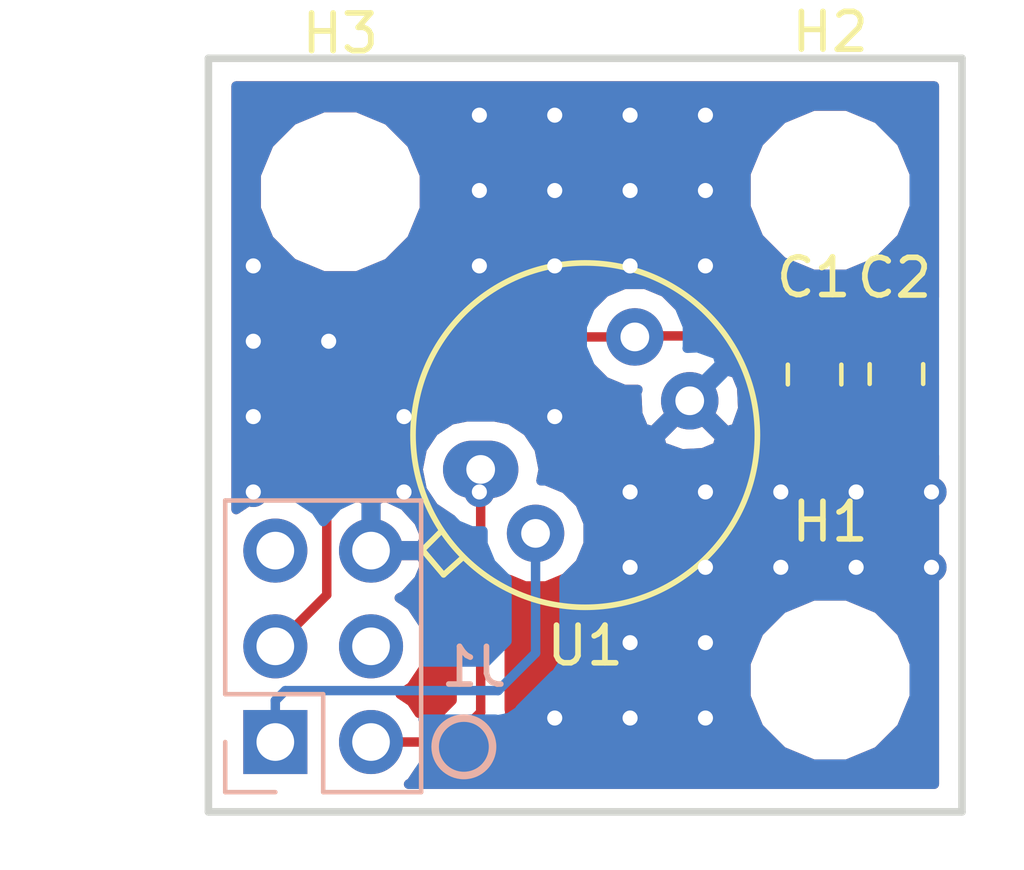
<source format=kicad_pcb>
(kicad_pcb (version 20171130) (host pcbnew 5.0.2-bee76a0~70~ubuntu18.04.1)

  (general
    (thickness 1.6)
    (drawings 5)
    (tracks 53)
    (zones 0)
    (modules 7)
    (nets 7)
  )

  (page A4)
  (layers
    (0 F.Cu signal)
    (31 B.Cu signal)
    (32 B.Adhes user)
    (33 F.Adhes user)
    (34 B.Paste user)
    (35 F.Paste user)
    (36 B.SilkS user)
    (37 F.SilkS user)
    (38 B.Mask user)
    (39 F.Mask user)
    (40 Dwgs.User user)
    (41 Cmts.User user)
    (42 Eco1.User user)
    (43 Eco2.User user)
    (44 Edge.Cuts user)
    (45 Margin user)
    (46 B.CrtYd user)
    (47 F.CrtYd user)
    (48 B.Fab user)
    (49 F.Fab user)
  )

  (setup
    (last_trace_width 0.25)
    (trace_clearance 0.2)
    (zone_clearance 0.508)
    (zone_45_only no)
    (trace_min 0.2)
    (segment_width 0.2)
    (edge_width 0.15)
    (via_size 0.8)
    (via_drill 0.4)
    (via_min_size 0.4)
    (via_min_drill 0.3)
    (uvia_size 0.3)
    (uvia_drill 0.1)
    (uvias_allowed no)
    (uvia_min_size 0.2)
    (uvia_min_drill 0.1)
    (pcb_text_width 0.3)
    (pcb_text_size 1.5 1.5)
    (mod_edge_width 0.15)
    (mod_text_size 1 1)
    (mod_text_width 0.15)
    (pad_size 1.524 1.524)
    (pad_drill 0.762)
    (pad_to_mask_clearance 0.051)
    (solder_mask_min_width 0.25)
    (aux_axis_origin 0 0)
    (visible_elements FFFFFF7F)
    (pcbplotparams
      (layerselection 0x010f0_ffffffff)
      (usegerberextensions true)
      (usegerberattributes false)
      (usegerberadvancedattributes false)
      (creategerberjobfile false)
      (excludeedgelayer true)
      (linewidth 0.100000)
      (plotframeref false)
      (viasonmask false)
      (mode 1)
      (useauxorigin false)
      (hpglpennumber 1)
      (hpglpenspeed 20)
      (hpglpendiameter 15.000000)
      (psnegative false)
      (psa4output false)
      (plotreference true)
      (plotvalue false)
      (plotinvisibletext false)
      (padsonsilk false)
      (subtractmaskfromsilk false)
      (outputformat 1)
      (mirror false)
      (drillshape 0)
      (scaleselection 1)
      (outputdirectory "gerbers/"))
  )

  (net 0 "")
  (net 1 /SDA)
  (net 2 +3V3)
  (net 3 GNDREF)
  (net 4 /SCL)
  (net 5 "Net-(J1-Pad4)")
  (net 6 "Net-(J1-Pad5)")

  (net_class Default "This is the default net class."
    (clearance 0.2)
    (trace_width 0.25)
    (via_dia 0.8)
    (via_drill 0.4)
    (uvia_dia 0.3)
    (uvia_drill 0.1)
    (add_net +3V3)
    (add_net /SCL)
    (add_net /SDA)
    (add_net GNDREF)
    (add_net "Net-(J1-Pad4)")
    (add_net "Net-(J1-Pad5)")
  )

  (module MountingHole:MountingHole_3.2mm_M3 (layer F.Cu) (tedit 56D1B4CB) (tstamp 5C8306D9)
    (at 134.6427 85.09)
    (descr "Mounting Hole 3.2mm, no annular, M3")
    (tags "mounting hole 3.2mm no annular m3")
    (path /5C7DF9B4)
    (attr virtual)
    (fp_text reference H3 (at 0 -4.2) (layer F.SilkS)
      (effects (font (size 1 1) (thickness 0.15)))
    )
    (fp_text value MountingHole (at 0 4.2) (layer F.Fab)
      (effects (font (size 1 1) (thickness 0.15)))
    )
    (fp_circle (center 0 0) (end 3.45 0) (layer F.CrtYd) (width 0.05))
    (fp_circle (center 0 0) (end 3.2 0) (layer Cmts.User) (width 0.15))
    (fp_text user %R (at 0.3 0) (layer F.Fab)
      (effects (font (size 1 1) (thickness 0.15)))
    )
    (pad 1 np_thru_hole circle (at 0 0) (size 3.2 3.2) (drill 3.2) (layers *.Cu *.Mask))
  )

  (module MountingHole:MountingHole_3.2mm_M3 (layer F.Cu) (tedit 56D1B4CB) (tstamp 5C8306D2)
    (at 147.6427 85.0492)
    (descr "Mounting Hole 3.2mm, no annular, M3")
    (tags "mounting hole 3.2mm no annular m3")
    (path /5C7DF986)
    (attr virtual)
    (fp_text reference H2 (at 0 -4.2) (layer F.SilkS)
      (effects (font (size 1 1) (thickness 0.15)))
    )
    (fp_text value MountingHole (at 0 4.2) (layer F.Fab)
      (effects (font (size 1 1) (thickness 0.15)))
    )
    (fp_text user %R (at 0.3 0) (layer F.Fab)
      (effects (font (size 1 1) (thickness 0.15)))
    )
    (fp_circle (center 0 0) (end 3.2 0) (layer Cmts.User) (width 0.15))
    (fp_circle (center 0 0) (end 3.45 0) (layer F.CrtYd) (width 0.05))
    (pad 1 np_thru_hole circle (at 0 0) (size 3.2 3.2) (drill 3.2) (layers *.Cu *.Mask))
  )

  (module MountingHole:MountingHole_3.2mm_M3 (layer F.Cu) (tedit 56D1B4CB) (tstamp 5C83050B)
    (at 147.6427 98.0492)
    (descr "Mounting Hole 3.2mm, no annular, M3")
    (tags "mounting hole 3.2mm no annular m3")
    (path /5C7DF950)
    (attr virtual)
    (fp_text reference H1 (at 0 -4.2) (layer F.SilkS)
      (effects (font (size 1 1) (thickness 0.15)))
    )
    (fp_text value MountingHole (at 0 4.2) (layer F.Fab)
      (effects (font (size 1 1) (thickness 0.15)))
    )
    (fp_text user %R (at 0.3 0) (layer F.Fab)
      (effects (font (size 1 1) (thickness 0.15)))
    )
    (fp_circle (center 0 0) (end 3.2 0) (layer Cmts.User) (width 0.15))
    (fp_circle (center 0 0) (end 3.45 0) (layer F.CrtYd) (width 0.05))
    (pad 1 np_thru_hole circle (at 0 0) (size 3.2 3.2) (drill 3.2) (layers *.Cu *.Mask))
  )

  (module Capacitor_SMD:C_0805_2012Metric_Pad1.15x1.40mm_HandSolder (layer F.Cu) (tedit 5B36C52B) (tstamp 5C82399E)
    (at 149.4028 89.9287 270)
    (descr "Capacitor SMD 0805 (2012 Metric), square (rectangular) end terminal, IPC_7351 nominal with elongated pad for handsoldering. (Body size source: https://docs.google.com/spreadsheets/d/1BsfQQcO9C6DZCsRaXUlFlo91Tg2WpOkGARC1WS5S8t0/edit?usp=sharing), generated with kicad-footprint-generator")
    (tags "capacitor handsolder")
    (path /5C7728F1)
    (attr smd)
    (fp_text reference C2 (at -2.5527 0.0508) (layer F.SilkS)
      (effects (font (size 1 1) (thickness 0.15)))
    )
    (fp_text value "1uF/6.3v(10%)/0805" (at 0 1.65 270) (layer F.Fab)
      (effects (font (size 1 1) (thickness 0.15)))
    )
    (fp_text user %R (at 0 0 270) (layer F.Fab)
      (effects (font (size 0.5 0.5) (thickness 0.08)))
    )
    (fp_line (start 1.85 0.95) (end -1.85 0.95) (layer F.CrtYd) (width 0.05))
    (fp_line (start 1.85 -0.95) (end 1.85 0.95) (layer F.CrtYd) (width 0.05))
    (fp_line (start -1.85 -0.95) (end 1.85 -0.95) (layer F.CrtYd) (width 0.05))
    (fp_line (start -1.85 0.95) (end -1.85 -0.95) (layer F.CrtYd) (width 0.05))
    (fp_line (start -0.261252 0.71) (end 0.261252 0.71) (layer F.SilkS) (width 0.12))
    (fp_line (start -0.261252 -0.71) (end 0.261252 -0.71) (layer F.SilkS) (width 0.12))
    (fp_line (start 1 0.6) (end -1 0.6) (layer F.Fab) (width 0.1))
    (fp_line (start 1 -0.6) (end 1 0.6) (layer F.Fab) (width 0.1))
    (fp_line (start -1 -0.6) (end 1 -0.6) (layer F.Fab) (width 0.1))
    (fp_line (start -1 0.6) (end -1 -0.6) (layer F.Fab) (width 0.1))
    (pad 2 smd roundrect (at 1.025 0 270) (size 1.15 1.4) (layers F.Cu F.Paste F.Mask) (roundrect_rratio 0.217391)
      (net 3 GNDREF))
    (pad 1 smd roundrect (at -1.025 0 270) (size 1.15 1.4) (layers F.Cu F.Paste F.Mask) (roundrect_rratio 0.217391)
      (net 2 +3V3))
    (model ${KISYS3DMOD}/Capacitor_SMD.3dshapes/C_0805_2012Metric.wrl
      (at (xyz 0 0 0))
      (scale (xyz 1 1 1))
      (rotate (xyz 0 0 0))
    )
  )

  (module Capacitor_SMD:C_0805_2012Metric_Pad1.15x1.40mm_HandSolder (layer F.Cu) (tedit 5B36C52B) (tstamp 5C82398D)
    (at 147.2311 89.9414 270)
    (descr "Capacitor SMD 0805 (2012 Metric), square (rectangular) end terminal, IPC_7351 nominal with elongated pad for handsoldering. (Body size source: https://docs.google.com/spreadsheets/d/1BsfQQcO9C6DZCsRaXUlFlo91Tg2WpOkGARC1WS5S8t0/edit?usp=sharing), generated with kicad-footprint-generator")
    (tags "capacitor handsolder")
    (path /5C772950)
    (attr smd)
    (fp_text reference C1 (at -2.5781 0.0254) (layer F.SilkS)
      (effects (font (size 1 1) (thickness 0.15)))
    )
    (fp_text value "0.1uF/25V(10%)/0805" (at 0 1.65 270) (layer F.Fab)
      (effects (font (size 1 1) (thickness 0.15)))
    )
    (fp_line (start -1 0.6) (end -1 -0.6) (layer F.Fab) (width 0.1))
    (fp_line (start -1 -0.6) (end 1 -0.6) (layer F.Fab) (width 0.1))
    (fp_line (start 1 -0.6) (end 1 0.6) (layer F.Fab) (width 0.1))
    (fp_line (start 1 0.6) (end -1 0.6) (layer F.Fab) (width 0.1))
    (fp_line (start -0.261252 -0.71) (end 0.261252 -0.71) (layer F.SilkS) (width 0.12))
    (fp_line (start -0.261252 0.71) (end 0.261252 0.71) (layer F.SilkS) (width 0.12))
    (fp_line (start -1.85 0.95) (end -1.85 -0.95) (layer F.CrtYd) (width 0.05))
    (fp_line (start -1.85 -0.95) (end 1.85 -0.95) (layer F.CrtYd) (width 0.05))
    (fp_line (start 1.85 -0.95) (end 1.85 0.95) (layer F.CrtYd) (width 0.05))
    (fp_line (start 1.85 0.95) (end -1.85 0.95) (layer F.CrtYd) (width 0.05))
    (fp_text user %R (at 0 0 270) (layer F.Fab)
      (effects (font (size 0.5 0.5) (thickness 0.08)))
    )
    (pad 1 smd roundrect (at -1.025 0 270) (size 1.15 1.4) (layers F.Cu F.Paste F.Mask) (roundrect_rratio 0.217391)
      (net 2 +3V3))
    (pad 2 smd roundrect (at 1.025 0 270) (size 1.15 1.4) (layers F.Cu F.Paste F.Mask) (roundrect_rratio 0.217391)
      (net 3 GNDREF))
    (model ${KISYS3DMOD}/Capacitor_SMD.3dshapes/C_0805_2012Metric.wrl
      (at (xyz 0 0 0))
      (scale (xyz 1 1 1))
      (rotate (xyz 0 0 0))
    )
  )

  (module Connector_PinHeader_2.54mm:PinHeader_2x03_P2.54mm_Vertical (layer B.Cu) (tedit 59FED5CC) (tstamp 5C82397C)
    (at 132.9182 99.695)
    (descr "Through hole straight pin header, 2x03, 2.54mm pitch, double rows")
    (tags "Through hole pin header THT 2x03 2.54mm double row")
    (path /5C772666)
    (fp_text reference J1 (at 5.2705 -1.9939) (layer B.SilkS)
      (effects (font (size 1 1) (thickness 0.15)) (justify mirror))
    )
    (fp_text value Conn_02x03_Odd_Even (at 1.27 -7.41) (layer B.Fab)
      (effects (font (size 1 1) (thickness 0.15)) (justify mirror))
    )
    (fp_line (start 0 1.27) (end 3.81 1.27) (layer B.Fab) (width 0.1))
    (fp_line (start 3.81 1.27) (end 3.81 -6.35) (layer B.Fab) (width 0.1))
    (fp_line (start 3.81 -6.35) (end -1.27 -6.35) (layer B.Fab) (width 0.1))
    (fp_line (start -1.27 -6.35) (end -1.27 0) (layer B.Fab) (width 0.1))
    (fp_line (start -1.27 0) (end 0 1.27) (layer B.Fab) (width 0.1))
    (fp_line (start -1.33 -6.41) (end 3.87 -6.41) (layer B.SilkS) (width 0.12))
    (fp_line (start -1.33 -1.27) (end -1.33 -6.41) (layer B.SilkS) (width 0.12))
    (fp_line (start 3.87 1.33) (end 3.87 -6.41) (layer B.SilkS) (width 0.12))
    (fp_line (start -1.33 -1.27) (end 1.27 -1.27) (layer B.SilkS) (width 0.12))
    (fp_line (start 1.27 -1.27) (end 1.27 1.33) (layer B.SilkS) (width 0.12))
    (fp_line (start 1.27 1.33) (end 3.87 1.33) (layer B.SilkS) (width 0.12))
    (fp_line (start -1.33 0) (end -1.33 1.33) (layer B.SilkS) (width 0.12))
    (fp_line (start -1.33 1.33) (end 0 1.33) (layer B.SilkS) (width 0.12))
    (fp_line (start -1.8 1.8) (end -1.8 -6.85) (layer B.CrtYd) (width 0.05))
    (fp_line (start -1.8 -6.85) (end 4.35 -6.85) (layer B.CrtYd) (width 0.05))
    (fp_line (start 4.35 -6.85) (end 4.35 1.8) (layer B.CrtYd) (width 0.05))
    (fp_line (start 4.35 1.8) (end -1.8 1.8) (layer B.CrtYd) (width 0.05))
    (fp_text user %R (at 1.27 -2.54 -90) (layer B.Fab)
      (effects (font (size 1 1) (thickness 0.15)) (justify mirror))
    )
    (pad 1 thru_hole rect (at 0 0) (size 1.7 1.7) (drill 1) (layers *.Cu *.Mask)
      (net 4 /SCL))
    (pad 2 thru_hole oval (at 2.54 0) (size 1.7 1.7) (drill 1) (layers *.Cu *.Mask)
      (net 1 /SDA))
    (pad 3 thru_hole oval (at 0 -2.54) (size 1.7 1.7) (drill 1) (layers *.Cu *.Mask)
      (net 2 +3V3))
    (pad 4 thru_hole oval (at 2.54 -2.54) (size 1.7 1.7) (drill 1) (layers *.Cu *.Mask)
      (net 5 "Net-(J1-Pad4)"))
    (pad 5 thru_hole oval (at 0 -5.08) (size 1.7 1.7) (drill 1) (layers *.Cu *.Mask)
      (net 6 "Net-(J1-Pad5)"))
    (pad 6 thru_hole oval (at 2.54 -5.08) (size 1.7 1.7) (drill 1) (layers *.Cu *.Mask)
      (net 3 GNDREF))
    (model ${KISYS3DMOD}/Connector_PinHeader_2.54mm.3dshapes/PinHeader_2x03_P2.54mm_Vertical.wrl
      (at (xyz 0 0 0))
      (scale (xyz 1 1 1))
      (rotate (xyz 0 0 0))
    )
  )

  (module lib_kaiote:MLX90640 (layer F.Cu) (tedit 5C74E16F) (tstamp 5C823960)
    (at 141.1427 91.5492)
    (path /5C74E312)
    (fp_text reference U1 (at 0 5.588) (layer F.SilkS)
      (effects (font (size 1 1) (thickness 0.15)))
    )
    (fp_text value MLX90640 (at 0 -5.334) (layer F.Fab)
      (effects (font (size 1 1) (thickness 0.15)))
    )
    (fp_circle (center 0 0) (end 4.57 0) (layer F.SilkS) (width 0.15))
    (fp_line (start -3.81 2.54) (end -4.318 3.048) (layer F.SilkS) (width 0.15))
    (fp_line (start -4.318 3.048) (end -3.7592 3.7084) (layer F.SilkS) (width 0.15))
    (fp_line (start -3.7592 3.7084) (end -3.2512 3.2512) (layer F.SilkS) (width 0.15))
    (pad 1 thru_hole oval (at -2.77427 0.91095) (size 2 1.524) (drill 0.762) (layers *.Cu *.Mask)
      (net 1 /SDA))
    (pad 2 thru_hole circle (at 1.31756 -2.60585) (size 1.524 1.524) (drill 0.762) (layers *.Cu *.Mask)
      (net 2 +3V3))
    (pad 3 thru_hole circle (at 2.77427 -0.91095) (size 1.524 1.524) (drill 0.762) (layers *.Cu *.Mask)
      (net 3 GNDREF))
    (pad 4 thru_hole circle (at -1.31756 2.6085) (size 1.524 1.524) (drill 0.762) (layers *.Cu *.Mask)
      (net 4 /SCL))
    (model /home/alois/Documents/projects/IAQ_cookstove_monitoring/IAQ_prototype/Hardware/design/MCAD/MLX90640_120__APERTURE_ANY_ASM.step
      (at (xyz 0 0 0))
      (scale (xyz 1 1 1))
      (rotate (xyz 0 0 -62.5))
    )
  )

  (gr_circle (center 137.922 99.822) (end 138.684 99.822) (layer B.SilkS) (width 0.2))
  (gr_line (start 131.1427 81.5492) (end 131.1427 101.5492) (layer Edge.Cuts) (width 0.2))
  (gr_line (start 151.1427 81.5492) (end 151.1427 101.5492) (layer Edge.Cuts) (width 0.2))
  (gr_line (start 151.1427 81.5492) (end 131.1427 81.5492) (layer Edge.Cuts) (width 0.2))
  (gr_line (start 151.1427 101.5492) (end 131.1427 101.5492) (layer Edge.Cuts) (width 0.2))

  (segment (start 135.4582 99.695) (end 137.5791 99.695) (width 0.25) (layer F.Cu) (net 1))
  (segment (start 138.36843 98.90567) (end 138.36843 92.46015) (width 0.25) (layer F.Cu) (net 1))
  (segment (start 137.5791 99.695) (end 138.36843 98.90567) (width 0.25) (layer F.Cu) (net 1))
  (via (at 138.334 93.058) (size 0.8) (drill 0.4) (layers F.Cu B.Cu) (net 1) (tstamp 5C823CDA))
  (segment (start 147.2438 88.9037) (end 147.2311 88.9164) (width 0.25) (layer F.Cu) (net 2))
  (segment (start 149.4028 88.9037) (end 147.2438 88.9037) (width 0.25) (layer F.Cu) (net 2))
  (segment (start 142.48721 88.9164) (end 142.46026 88.94335) (width 0.25) (layer F.Cu) (net 2))
  (segment (start 147.2311 88.9164) (end 142.48721 88.9164) (width 0.25) (layer F.Cu) (net 2))
  (segment (start 136.48165 88.94335) (end 142.46026 88.94335) (width 0.25) (layer F.Cu) (net 2))
  (segment (start 134.283199 91.141801) (end 136.48165 88.94335) (width 0.25) (layer F.Cu) (net 2))
  (segment (start 132.9182 97.155) (end 134.283199 95.790001) (width 0.25) (layer F.Cu) (net 2))
  (segment (start 134.283199 95.790001) (end 134.283199 91.141801) (width 0.25) (layer F.Cu) (net 2))
  (via (at 142.334 89.058) (size 0.8) (drill 0.4) (layers F.Cu B.Cu) (net 2) (tstamp 5C823CC8))
  (via (at 138.334 83.058) (size 0.8) (drill 0.4) (layers F.Cu B.Cu) (net 3) (tstamp 5C823CA8))
  (via (at 140.334 83.058) (size 0.8) (drill 0.4) (layers F.Cu B.Cu) (net 3) (tstamp 5C823CA9))
  (via (at 142.334 83.058) (size 0.8) (drill 0.4) (layers F.Cu B.Cu) (net 3) (tstamp 5C823CAA))
  (via (at 144.334 83.058) (size 0.8) (drill 0.4) (layers F.Cu B.Cu) (net 3) (tstamp 5C823CAB))
  (via (at 138.334 85.058) (size 0.8) (drill 0.4) (layers F.Cu B.Cu) (net 3) (tstamp 5C823CB2))
  (via (at 140.334 85.058) (size 0.8) (drill 0.4) (layers F.Cu B.Cu) (net 3) (tstamp 5C823CB3))
  (via (at 142.334 85.058) (size 0.8) (drill 0.4) (layers F.Cu B.Cu) (net 3) (tstamp 5C823CB4))
  (via (at 144.334 85.058) (size 0.8) (drill 0.4) (layers F.Cu B.Cu) (net 3) (tstamp 5C823CB5))
  (via (at 132.334 87.058) (size 0.8) (drill 0.4) (layers F.Cu B.Cu) (net 3) (tstamp 5C823CB9))
  (via (at 138.334 87.058) (size 0.8) (drill 0.4) (layers F.Cu B.Cu) (net 3) (tstamp 5C823CBC))
  (via (at 140.334 87.058) (size 0.8) (drill 0.4) (layers F.Cu B.Cu) (net 3) (tstamp 5C823CBD))
  (via (at 142.334 87.058) (size 0.8) (drill 0.4) (layers F.Cu B.Cu) (net 3) (tstamp 5C823CBE))
  (via (at 144.334 87.058) (size 0.8) (drill 0.4) (layers F.Cu B.Cu) (net 3) (tstamp 5C823CBF))
  (via (at 132.334 89.058) (size 0.8) (drill 0.4) (layers F.Cu B.Cu) (net 3) (tstamp 5C823CC3))
  (via (at 134.334 89.058) (size 0.8) (drill 0.4) (layers F.Cu B.Cu) (net 3) (tstamp 5C823CC4))
  (via (at 132.334 91.058) (size 0.8) (drill 0.4) (layers F.Cu B.Cu) (net 3) (tstamp 5C823CCD))
  (via (at 136.334 91.058) (size 0.8) (drill 0.4) (layers F.Cu B.Cu) (net 3) (tstamp 5C823CCF))
  (via (at 140.334 91.058) (size 0.8) (drill 0.4) (layers F.Cu B.Cu) (net 3) (tstamp 5C823CD1))
  (via (at 132.334 93.058) (size 0.8) (drill 0.4) (layers F.Cu B.Cu) (net 3) (tstamp 5C823CD7))
  (via (at 136.334 93.058) (size 0.8) (drill 0.4) (layers F.Cu B.Cu) (net 3) (tstamp 5C823CD9))
  (via (at 142.334 93.058) (size 0.8) (drill 0.4) (layers F.Cu B.Cu) (net 3) (tstamp 5C823CDC))
  (via (at 144.334 93.058) (size 0.8) (drill 0.4) (layers F.Cu B.Cu) (net 3) (tstamp 5C823CDD))
  (via (at 146.334 93.058) (size 0.8) (drill 0.4) (layers F.Cu B.Cu) (net 3) (tstamp 5C823CDE))
  (via (at 148.334 93.058) (size 0.8) (drill 0.4) (layers F.Cu B.Cu) (net 3) (tstamp 5C823CDF))
  (via (at 150.334 93.058) (size 0.8) (drill 0.4) (layers F.Cu B.Cu) (net 3) (tstamp 5C823CE0))
  (via (at 142.334 95.058) (size 0.8) (drill 0.4) (layers F.Cu B.Cu) (net 3) (tstamp 5C823CE6))
  (via (at 144.334 95.058) (size 0.8) (drill 0.4) (layers F.Cu B.Cu) (net 3) (tstamp 5C823CE7))
  (via (at 146.334 95.058) (size 0.8) (drill 0.4) (layers F.Cu B.Cu) (net 3) (tstamp 5C823CE8))
  (via (at 148.334 95.058) (size 0.8) (drill 0.4) (layers F.Cu B.Cu) (net 3) (tstamp 5C823CE9))
  (via (at 150.334 95.058) (size 0.8) (drill 0.4) (layers F.Cu B.Cu) (net 3) (tstamp 5C823CEA))
  (via (at 142.334 97.058) (size 0.8) (drill 0.4) (layers F.Cu B.Cu) (net 3) (tstamp 5C823CF0))
  (via (at 144.334 97.058) (size 0.8) (drill 0.4) (layers F.Cu B.Cu) (net 3) (tstamp 5C823CF1))
  (via (at 140.334 99.058) (size 0.8) (drill 0.4) (layers F.Cu B.Cu) (net 3) (tstamp 5C823CF9))
  (via (at 142.334 99.058) (size 0.8) (drill 0.4) (layers F.Cu B.Cu) (net 3) (tstamp 5C823CFA))
  (via (at 144.334 99.058) (size 0.8) (drill 0.4) (layers F.Cu B.Cu) (net 3) (tstamp 5C823CFB))
  (segment (start 132.9182 99.695) (end 132.9182 98.595) (width 0.25) (layer B.Cu) (net 4))
  (segment (start 133.183199 98.330001) (end 138.829799 98.330001) (width 0.25) (layer B.Cu) (net 4))
  (segment (start 132.9182 98.595) (end 133.183199 98.330001) (width 0.25) (layer B.Cu) (net 4))
  (segment (start 139.82514 97.33466) (end 139.82514 94.1577) (width 0.25) (layer B.Cu) (net 4))
  (segment (start 138.829799 98.330001) (end 139.82514 97.33466) (width 0.25) (layer B.Cu) (net 4))

  (zone (net 3) (net_name GNDREF) (layer F.Cu) (tstamp 5C77BE04) (hatch edge 0.508)
    (connect_pads (clearance 0.508))
    (min_thickness 0.254)
    (fill yes (arc_segments 16) (thermal_gap 0.508) (thermal_bridge_width 0.508))
    (polygon
      (pts
        (xy 131.064 81.534) (xy 131.064 101.6) (xy 151.13 101.6) (xy 151.13 81.534)
      )
    )
    (filled_polygon
      (pts
        (xy 146.146514 89.875986) (xy 146.147697 89.876777) (xy 145.992773 90.031702) (xy 145.8961 90.265091) (xy 145.8961 90.68065)
        (xy 146.05485 90.8394) (xy 147.1041 90.8394) (xy 147.1041 90.8194) (xy 147.3581 90.8194) (xy 147.3581 90.8394)
        (xy 148.40735 90.8394) (xy 148.42005 90.8267) (xy 149.2758 90.8267) (xy 149.2758 90.8067) (xy 149.5298 90.8067)
        (xy 149.5298 90.8267) (xy 149.5498 90.8267) (xy 149.5498 91.0807) (xy 149.5298 91.0807) (xy 149.5298 92.00495)
        (xy 149.68855 92.1637) (xy 150.22911 92.1637) (xy 150.407701 92.089725) (xy 150.407701 100.8142) (xy 136.456127 100.8142)
        (xy 136.528825 100.765625) (xy 136.736378 100.455) (xy 137.504253 100.455) (xy 137.5791 100.469888) (xy 137.653947 100.455)
        (xy 137.653952 100.455) (xy 137.875637 100.410904) (xy 138.127029 100.242929) (xy 138.169431 100.17947) (xy 138.852903 99.495999)
        (xy 138.916359 99.453599) (xy 139.084334 99.202207) (xy 139.12843 98.980522) (xy 139.12843 98.980518) (xy 139.143318 98.905671)
        (xy 139.12843 98.830824) (xy 139.12843 97.604631) (xy 145.4077 97.604631) (xy 145.4077 98.493769) (xy 145.747959 99.315226)
        (xy 146.376674 99.943941) (xy 147.198131 100.2842) (xy 148.087269 100.2842) (xy 148.908726 99.943941) (xy 149.537441 99.315226)
        (xy 149.8777 98.493769) (xy 149.8777 97.604631) (xy 149.537441 96.783174) (xy 148.908726 96.154459) (xy 148.087269 95.8142)
        (xy 147.198131 95.8142) (xy 146.376674 96.154459) (xy 145.747959 96.783174) (xy 145.4077 97.604631) (xy 139.12843 97.604631)
        (xy 139.12843 95.381216) (xy 139.547259 95.5547) (xy 140.103021 95.5547) (xy 140.616477 95.34202) (xy 141.00946 94.949037)
        (xy 141.22214 94.435581) (xy 141.22214 93.879819) (xy 141.00946 93.366363) (xy 140.616477 92.97338) (xy 140.103021 92.7607)
        (xy 139.971015 92.7607) (xy 140.030798 92.46015) (xy 139.922374 91.915068) (xy 139.724189 91.618463) (xy 143.116362 91.618463)
        (xy 143.185827 91.860647) (xy 143.709272 92.047394) (xy 144.264338 92.019612) (xy 144.648113 91.860647) (xy 144.717578 91.618463)
        (xy 143.91697 90.817855) (xy 143.116362 91.618463) (xy 139.724189 91.618463) (xy 139.61361 91.45297) (xy 139.151512 91.144206)
        (xy 138.744018 91.06315) (xy 137.992842 91.06315) (xy 137.585348 91.144206) (xy 137.12325 91.45297) (xy 136.814486 91.915068)
        (xy 136.706062 92.46015) (xy 136.814486 93.005232) (xy 137.12325 93.46733) (xy 137.585348 93.776094) (xy 137.589137 93.776848)
        (xy 137.608431 93.796142) (xy 137.60843 98.590868) (xy 137.264299 98.935) (xy 136.736378 98.935) (xy 136.528825 98.624375)
        (xy 136.230439 98.425) (xy 136.528825 98.225625) (xy 136.857039 97.734418) (xy 136.972292 97.155) (xy 136.857039 96.575582)
        (xy 136.528825 96.084375) (xy 136.209722 95.871157) (xy 136.339558 95.810183) (xy 136.729845 95.381924) (xy 136.899676 94.97189)
        (xy 136.778355 94.742) (xy 135.5852 94.742) (xy 135.5852 94.762) (xy 135.3312 94.762) (xy 135.3312 94.742)
        (xy 135.3112 94.742) (xy 135.3112 94.488) (xy 135.3312 94.488) (xy 135.3312 93.294181) (xy 135.5852 93.294181)
        (xy 135.5852 94.488) (xy 136.778355 94.488) (xy 136.899676 94.25811) (xy 136.729845 93.848076) (xy 136.339558 93.419817)
        (xy 135.815092 93.173514) (xy 135.5852 93.294181) (xy 135.3312 93.294181) (xy 135.101308 93.173514) (xy 135.043199 93.200804)
        (xy 135.043199 91.456602) (xy 136.796452 89.70335) (xy 141.26296 89.70335) (xy 141.27594 89.734687) (xy 141.668923 90.12767)
        (xy 142.182379 90.34035) (xy 142.540007 90.34035) (xy 142.507826 90.430552) (xy 142.535608 90.985618) (xy 142.694573 91.369393)
        (xy 142.936757 91.438858) (xy 143.737365 90.63825) (xy 143.723223 90.624108) (xy 143.902828 90.444503) (xy 143.91697 90.458645)
        (xy 143.931113 90.444503) (xy 144.110718 90.624108) (xy 144.096575 90.63825) (xy 144.897183 91.438858) (xy 145.139367 91.369393)
        (xy 145.181195 91.25215) (xy 145.8961 91.25215) (xy 145.8961 91.667709) (xy 145.992773 91.901098) (xy 146.171401 92.079727)
        (xy 146.40479 92.1764) (xy 146.94535 92.1764) (xy 147.1041 92.01765) (xy 147.1041 91.0934) (xy 147.3581 91.0934)
        (xy 147.3581 92.01765) (xy 147.51685 92.1764) (xy 148.05741 92.1764) (xy 148.290799 92.079727) (xy 148.3233 92.047226)
        (xy 148.343101 92.067027) (xy 148.57649 92.1637) (xy 149.11705 92.1637) (xy 149.2758 92.00495) (xy 149.2758 91.0807)
        (xy 148.22655 91.0807) (xy 148.21385 91.0934) (xy 147.3581 91.0934) (xy 147.1041 91.0934) (xy 146.05485 91.0934)
        (xy 145.8961 91.25215) (xy 145.181195 91.25215) (xy 145.326114 90.845948) (xy 145.298332 90.290882) (xy 145.139367 89.907107)
        (xy 144.897185 89.837643) (xy 145.012196 89.722632) (xy 144.965964 89.6764) (xy 146.013154 89.6764)
      )
    )
    (filled_polygon
      (pts
        (xy 150.4077 87.89087) (xy 150.196236 87.749573) (xy 149.852801 87.68126) (xy 148.952799 87.68126) (xy 148.609364 87.749573)
        (xy 148.318214 87.944114) (xy 148.311567 87.954062) (xy 148.024536 87.762273) (xy 147.681101 87.69396) (xy 146.781099 87.69396)
        (xy 146.437664 87.762273) (xy 146.146514 87.956814) (xy 146.013154 88.1564) (xy 143.646397 88.1564) (xy 143.64458 88.152013)
        (xy 143.251597 87.75903) (xy 142.738141 87.54635) (xy 142.182379 87.54635) (xy 141.668923 87.75903) (xy 141.27594 88.152013)
        (xy 141.26296 88.18335) (xy 136.556496 88.18335) (xy 136.481649 88.168462) (xy 136.406802 88.18335) (xy 136.406798 88.18335)
        (xy 136.185113 88.227446) (xy 135.933721 88.395421) (xy 135.891321 88.458877) (xy 133.798727 90.551472) (xy 133.735271 90.593872)
        (xy 133.692871 90.657328) (xy 133.69287 90.657329) (xy 133.567296 90.845264) (xy 133.508311 91.141801) (xy 133.5232 91.216653)
        (xy 133.5232 93.233254) (xy 133.497618 93.216161) (xy 133.064456 93.13) (xy 132.771944 93.13) (xy 132.338782 93.216161)
        (xy 131.8777 93.524246) (xy 131.8777 84.645431) (xy 132.4077 84.645431) (xy 132.4077 85.534569) (xy 132.747959 86.356026)
        (xy 133.376674 86.984741) (xy 134.198131 87.325) (xy 135.087269 87.325) (xy 135.908726 86.984741) (xy 136.537441 86.356026)
        (xy 136.8777 85.534569) (xy 136.8777 84.645431) (xy 136.860801 84.604631) (xy 145.4077 84.604631) (xy 145.4077 85.493769)
        (xy 145.747959 86.315226) (xy 146.376674 86.943941) (xy 147.198131 87.2842) (xy 148.087269 87.2842) (xy 148.908726 86.943941)
        (xy 149.537441 86.315226) (xy 149.8777 85.493769) (xy 149.8777 84.604631) (xy 149.537441 83.783174) (xy 148.908726 83.154459)
        (xy 148.087269 82.8142) (xy 147.198131 82.8142) (xy 146.376674 83.154459) (xy 145.747959 83.783174) (xy 145.4077 84.604631)
        (xy 136.860801 84.604631) (xy 136.537441 83.823974) (xy 135.908726 83.195259) (xy 135.087269 82.855) (xy 134.198131 82.855)
        (xy 133.376674 83.195259) (xy 132.747959 83.823974) (xy 132.4077 84.645431) (xy 131.8777 84.645431) (xy 131.8777 82.2842)
        (xy 150.4077 82.2842)
      )
    )
  )
  (zone (net 3) (net_name GNDREF) (layer B.Cu) (tstamp 5C77BE01) (hatch edge 0.508)
    (connect_pads (clearance 0.508))
    (min_thickness 0.254)
    (fill yes (arc_segments 16) (thermal_gap 0.508) (thermal_bridge_width 0.508))
    (polygon
      (pts
        (xy 131.064 81.534) (xy 131.064 101.6) (xy 151.13 101.6) (xy 151.13 81.534)
      )
    )
    (filled_polygon
      (pts
        (xy 150.407701 100.8142) (xy 136.456127 100.8142) (xy 136.528825 100.765625) (xy 136.857039 100.274418) (xy 136.972292 99.695)
        (xy 136.857039 99.115582) (xy 136.839946 99.090001) (xy 138.754952 99.090001) (xy 138.829799 99.104889) (xy 138.904646 99.090001)
        (xy 138.904651 99.090001) (xy 139.126336 99.045905) (xy 139.377728 98.87793) (xy 139.42013 98.814471) (xy 140.309613 97.924989)
        (xy 140.373069 97.882589) (xy 140.416064 97.818242) (xy 140.541044 97.631198) (xy 140.546328 97.604631) (xy 145.4077 97.604631)
        (xy 145.4077 98.493769) (xy 145.747959 99.315226) (xy 146.376674 99.943941) (xy 147.198131 100.2842) (xy 148.087269 100.2842)
        (xy 148.908726 99.943941) (xy 149.537441 99.315226) (xy 149.8777 98.493769) (xy 149.8777 97.604631) (xy 149.537441 96.783174)
        (xy 148.908726 96.154459) (xy 148.087269 95.8142) (xy 147.198131 95.8142) (xy 146.376674 96.154459) (xy 145.747959 96.783174)
        (xy 145.4077 97.604631) (xy 140.546328 97.604631) (xy 140.556178 97.555113) (xy 140.58514 97.409512) (xy 140.58514 97.409508)
        (xy 140.600028 97.33466) (xy 140.58514 97.259812) (xy 140.58514 95.355) (xy 140.616477 95.34202) (xy 141.00946 94.949037)
        (xy 141.22214 94.435581) (xy 141.22214 93.879819) (xy 141.00946 93.366363) (xy 140.616477 92.97338) (xy 140.103021 92.7607)
        (xy 139.971015 92.7607) (xy 140.030798 92.46015) (xy 139.922374 91.915068) (xy 139.724189 91.618463) (xy 143.116362 91.618463)
        (xy 143.185827 91.860647) (xy 143.709272 92.047394) (xy 144.264338 92.019612) (xy 144.648113 91.860647) (xy 144.717578 91.618463)
        (xy 143.91697 90.817855) (xy 143.116362 91.618463) (xy 139.724189 91.618463) (xy 139.61361 91.45297) (xy 139.151512 91.144206)
        (xy 138.744018 91.06315) (xy 137.992842 91.06315) (xy 137.585348 91.144206) (xy 137.12325 91.45297) (xy 136.814486 91.915068)
        (xy 136.706062 92.46015) (xy 136.814486 93.005232) (xy 137.12325 93.46733) (xy 137.585348 93.776094) (xy 137.589137 93.776848)
        (xy 137.74772 93.935431) (xy 138.128126 94.093) (xy 138.42814 94.093) (xy 138.42814 94.435581) (xy 138.64082 94.949037)
        (xy 139.033803 95.34202) (xy 139.065141 95.355) (xy 139.06514 97.019858) (xy 138.514998 97.570001) (xy 136.889743 97.570001)
        (xy 136.972292 97.155) (xy 136.857039 96.575582) (xy 136.528825 96.084375) (xy 136.209722 95.871157) (xy 136.339558 95.810183)
        (xy 136.729845 95.381924) (xy 136.899676 94.97189) (xy 136.778355 94.742) (xy 135.5852 94.742) (xy 135.5852 94.762)
        (xy 135.3312 94.762) (xy 135.3312 94.742) (xy 135.3112 94.742) (xy 135.3112 94.488) (xy 135.3312 94.488)
        (xy 135.3312 93.294181) (xy 135.5852 93.294181) (xy 135.5852 94.488) (xy 136.778355 94.488) (xy 136.899676 94.25811)
        (xy 136.729845 93.848076) (xy 136.339558 93.419817) (xy 135.815092 93.173514) (xy 135.5852 93.294181) (xy 135.3312 93.294181)
        (xy 135.101308 93.173514) (xy 134.576842 93.419817) (xy 134.189553 93.844786) (xy 133.988825 93.544375) (xy 133.497618 93.216161)
        (xy 133.064456 93.13) (xy 132.771944 93.13) (xy 132.338782 93.216161) (xy 131.8777 93.524246) (xy 131.8777 88.665469)
        (xy 141.06326 88.665469) (xy 141.06326 89.221231) (xy 141.27594 89.734687) (xy 141.668923 90.12767) (xy 142.182379 90.34035)
        (xy 142.540007 90.34035) (xy 142.507826 90.430552) (xy 142.535608 90.985618) (xy 142.694573 91.369393) (xy 142.936757 91.438858)
        (xy 143.737365 90.63825) (xy 144.096575 90.63825) (xy 144.897183 91.438858) (xy 145.139367 91.369393) (xy 145.326114 90.845948)
        (xy 145.298332 90.290882) (xy 145.139367 89.907107) (xy 144.897183 89.837642) (xy 144.096575 90.63825) (xy 143.737365 90.63825)
        (xy 143.723223 90.624108) (xy 143.902828 90.444503) (xy 143.91697 90.458645) (xy 144.717578 89.658037) (xy 144.648113 89.415853)
        (xy 144.124668 89.229106) (xy 143.848268 89.24294) (xy 143.85726 89.221231) (xy 143.85726 88.665469) (xy 143.64458 88.152013)
        (xy 143.251597 87.75903) (xy 142.738141 87.54635) (xy 142.182379 87.54635) (xy 141.668923 87.75903) (xy 141.27594 88.152013)
        (xy 141.06326 88.665469) (xy 131.8777 88.665469) (xy 131.8777 84.645431) (xy 132.4077 84.645431) (xy 132.4077 85.534569)
        (xy 132.747959 86.356026) (xy 133.376674 86.984741) (xy 134.198131 87.325) (xy 135.087269 87.325) (xy 135.908726 86.984741)
        (xy 136.537441 86.356026) (xy 136.8777 85.534569) (xy 136.8777 84.645431) (xy 136.860801 84.604631) (xy 145.4077 84.604631)
        (xy 145.4077 85.493769) (xy 145.747959 86.315226) (xy 146.376674 86.943941) (xy 147.198131 87.2842) (xy 148.087269 87.2842)
        (xy 148.908726 86.943941) (xy 149.537441 86.315226) (xy 149.8777 85.493769) (xy 149.8777 84.604631) (xy 149.537441 83.783174)
        (xy 148.908726 83.154459) (xy 148.087269 82.8142) (xy 147.198131 82.8142) (xy 146.376674 83.154459) (xy 145.747959 83.783174)
        (xy 145.4077 84.604631) (xy 136.860801 84.604631) (xy 136.537441 83.823974) (xy 135.908726 83.195259) (xy 135.087269 82.855)
        (xy 134.198131 82.855) (xy 133.376674 83.195259) (xy 132.747959 83.823974) (xy 132.4077 84.645431) (xy 131.8777 84.645431)
        (xy 131.8777 82.2842) (xy 150.4077 82.2842)
      )
    )
  )
)

</source>
